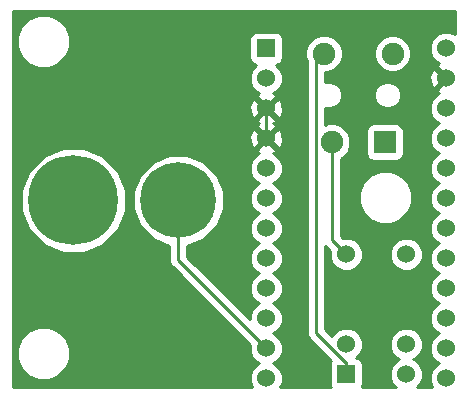
<source format=gbr>
G04 #@! TF.GenerationSoftware,KiCad,Pcbnew,5.0.1-33cea8e~66~ubuntu18.04.1*
G04 #@! TF.CreationDate,2018-10-18T18:40:30+09:00*
G04 #@! TF.ProjectId,touch_relay_jack,746F7563685F72656C61795F6A61636B,rev?*
G04 #@! TF.SameCoordinates,Original*
G04 #@! TF.FileFunction,Copper,L2,Bot,Signal*
G04 #@! TF.FilePolarity,Positive*
%FSLAX46Y46*%
G04 Gerber Fmt 4.6, Leading zero omitted, Abs format (unit mm)*
G04 Created by KiCad (PCBNEW 5.0.1-33cea8e~66~ubuntu18.04.1) date 2018年10月18日 18時40分30秒*
%MOMM*%
%LPD*%
G01*
G04 APERTURE LIST*
G04 #@! TA.AperFunction,ComponentPad*
%ADD10R,1.524000X1.524000*%
G04 #@! TD*
G04 #@! TA.AperFunction,ComponentPad*
%ADD11C,1.524000*%
G04 #@! TD*
G04 #@! TA.AperFunction,ComponentPad*
%ADD12C,7.600000*%
G04 #@! TD*
G04 #@! TA.AperFunction,ComponentPad*
%ADD13C,1.900000*%
G04 #@! TD*
G04 #@! TA.AperFunction,ComponentPad*
%ADD14R,1.900000X1.900000*%
G04 #@! TD*
G04 #@! TA.AperFunction,ComponentPad*
%ADD15C,6.400000*%
G04 #@! TD*
G04 #@! TA.AperFunction,Conductor*
%ADD16C,0.250000*%
G04 #@! TD*
G04 #@! TA.AperFunction,Conductor*
%ADD17C,0.254000*%
G04 #@! TD*
G04 APERTURE END LIST*
D10*
G04 #@! TO.P,A1,1*
G04 #@! TO.N,Net-(A1-Pad1)*
X105231000Y-88721000D03*
D11*
G04 #@! TO.P,A1,2*
G04 #@! TO.N,Net-(A1-Pad2)*
X105231000Y-91261000D03*
G04 #@! TO.P,A1,3*
G04 #@! TO.N,GND*
X105231000Y-93801000D03*
G04 #@! TO.P,A1,4*
X105231000Y-96341000D03*
G04 #@! TO.P,A1,5*
G04 #@! TO.N,Net-(A1-Pad5)*
X105231000Y-98881000D03*
G04 #@! TO.P,A1,6*
G04 #@! TO.N,Net-(A1-Pad6)*
X105231000Y-101421000D03*
G04 #@! TO.P,A1,7*
G04 #@! TO.N,Relay*
X105231000Y-103961000D03*
G04 #@! TO.P,A1,8*
G04 #@! TO.N,Net-(A1-Pad8)*
X105231000Y-106501000D03*
G04 #@! TO.P,A1,9*
G04 #@! TO.N,Net-(A1-Pad9)*
X105231000Y-109041000D03*
G04 #@! TO.P,A1,10*
G04 #@! TO.N,Net-(A1-Pad10)*
X105231000Y-111581000D03*
G04 #@! TO.P,A1,11*
G04 #@! TO.N,Net-(A1-Pad11)*
X105231000Y-114121000D03*
G04 #@! TO.P,A1,12*
G04 #@! TO.N,Net-(A1-Pad12)*
X105231000Y-116661000D03*
G04 #@! TO.P,A1,13*
G04 #@! TO.N,Net-(A1-Pad13)*
X120471000Y-116661000D03*
G04 #@! TO.P,A1,14*
G04 #@! TO.N,Net-(A1-Pad14)*
X120471000Y-114121000D03*
G04 #@! TO.P,A1,15*
G04 #@! TO.N,Net-(A1-Pad15)*
X120471000Y-111581000D03*
G04 #@! TO.P,A1,16*
G04 #@! TO.N,Net-(A1-Pad16)*
X120471000Y-109041000D03*
G04 #@! TO.P,A1,17*
G04 #@! TO.N,Net-(A1-Pad17)*
X120471000Y-106501000D03*
G04 #@! TO.P,A1,18*
G04 #@! TO.N,Net-(A1-Pad18)*
X120471000Y-103961000D03*
G04 #@! TO.P,A1,19*
G04 #@! TO.N,Net-(A1-Pad19)*
X120471000Y-101421000D03*
G04 #@! TO.P,A1,20*
G04 #@! TO.N,Net-(A1-Pad20)*
X120471000Y-98881000D03*
G04 #@! TO.P,A1,21*
G04 #@! TO.N,+5V*
X120471000Y-96341000D03*
G04 #@! TO.P,A1,22*
G04 #@! TO.N,Net-(A1-Pad22)*
X120471000Y-93801000D03*
G04 #@! TO.P,A1,23*
G04 #@! TO.N,GND*
X120471000Y-91261000D03*
G04 #@! TO.P,A1,24*
G04 #@! TO.N,Net-(A1-Pad24)*
X120471000Y-88721000D03*
G04 #@! TD*
D12*
G04 #@! TO.P,H1,1*
G04 #@! TO.N,Net-(A1-Pad11)*
X88900000Y-101600000D03*
G04 #@! TD*
D13*
G04 #@! TO.P,J1,T*
G04 #@! TO.N,Net-(J1-PadT)*
X115930000Y-89170000D03*
X110130000Y-89170000D03*
D14*
G04 #@! TO.P,J1,R*
G04 #@! TO.N,Net-(J1-PadR)*
X115280000Y-96670000D03*
D13*
G04 #@! TO.P,J1,S*
X110780000Y-96670000D03*
G04 #@! TD*
D10*
G04 #@! TO.P,K1,1*
G04 #@! TO.N,Net-(J1-PadT)*
X112014000Y-116332000D03*
D11*
G04 #@! TO.P,K1,2*
G04 #@! TO.N,Net-(K1-Pad2)*
X117094000Y-116332000D03*
G04 #@! TO.P,K1,3*
G04 #@! TO.N,Net-(D1-Pad2)*
X112014000Y-113792000D03*
G04 #@! TO.P,K1,4*
G04 #@! TO.N,+5V*
X117094000Y-113792000D03*
G04 #@! TO.P,K1,5*
G04 #@! TO.N,Net-(J1-PadR)*
X112014000Y-106172000D03*
G04 #@! TO.P,K1,6*
X117094000Y-106172000D03*
G04 #@! TD*
D15*
G04 #@! TO.P,H2,1*
G04 #@! TO.N,Net-(A1-Pad11)*
X97790000Y-101600000D03*
G04 #@! TD*
D16*
G04 #@! TO.N,GND*
X105231000Y-96341000D02*
X105231000Y-93801000D01*
G04 #@! TO.N,Net-(A1-Pad11)*
X97790000Y-101600000D02*
X97790000Y-106680000D01*
X97790000Y-106680000D02*
X105231000Y-114121000D01*
G04 #@! TO.N,Net-(J1-PadT)*
X112014000Y-116332000D02*
X112014000Y-115244700D01*
X112014000Y-115244700D02*
X111878100Y-115244700D01*
X111878100Y-115244700D02*
X109461400Y-112828000D01*
X109461400Y-112828000D02*
X109461400Y-89838600D01*
X109461400Y-89838600D02*
X110130000Y-89170000D01*
G04 #@! TO.N,Net-(J1-PadR)*
X112014000Y-106172000D02*
X110780000Y-104938000D01*
X110780000Y-104938000D02*
X110780000Y-96670000D01*
G04 #@! TD*
D17*
G04 #@! TO.N,GND*
G36*
X121210001Y-87515002D02*
X120748881Y-87324000D01*
X120193119Y-87324000D01*
X119679663Y-87536680D01*
X119286680Y-87929663D01*
X119074000Y-88443119D01*
X119074000Y-88998881D01*
X119286680Y-89512337D01*
X119679663Y-89905320D01*
X119870647Y-89984428D01*
X119739857Y-90038603D01*
X119670392Y-90280787D01*
X120471000Y-91081395D01*
X120485143Y-91067253D01*
X120664748Y-91246858D01*
X120650605Y-91261000D01*
X120664748Y-91275143D01*
X120485143Y-91454748D01*
X120471000Y-91440605D01*
X119670392Y-92241213D01*
X119739857Y-92483397D01*
X119880393Y-92533535D01*
X119679663Y-92616680D01*
X119286680Y-93009663D01*
X119074000Y-93523119D01*
X119074000Y-94078881D01*
X119286680Y-94592337D01*
X119679663Y-94985320D01*
X119886513Y-95071000D01*
X119679663Y-95156680D01*
X119286680Y-95549663D01*
X119074000Y-96063119D01*
X119074000Y-96618881D01*
X119286680Y-97132337D01*
X119679663Y-97525320D01*
X119886513Y-97611000D01*
X119679663Y-97696680D01*
X119286680Y-98089663D01*
X119074000Y-98603119D01*
X119074000Y-99158881D01*
X119286680Y-99672337D01*
X119679663Y-100065320D01*
X119886513Y-100151000D01*
X119679663Y-100236680D01*
X119286680Y-100629663D01*
X119074000Y-101143119D01*
X119074000Y-101698881D01*
X119286680Y-102212337D01*
X119679663Y-102605320D01*
X119886513Y-102691000D01*
X119679663Y-102776680D01*
X119286680Y-103169663D01*
X119074000Y-103683119D01*
X119074000Y-104238881D01*
X119286680Y-104752337D01*
X119679663Y-105145320D01*
X119886513Y-105231000D01*
X119679663Y-105316680D01*
X119286680Y-105709663D01*
X119074000Y-106223119D01*
X119074000Y-106778881D01*
X119286680Y-107292337D01*
X119679663Y-107685320D01*
X119886513Y-107771000D01*
X119679663Y-107856680D01*
X119286680Y-108249663D01*
X119074000Y-108763119D01*
X119074000Y-109318881D01*
X119286680Y-109832337D01*
X119679663Y-110225320D01*
X119886513Y-110311000D01*
X119679663Y-110396680D01*
X119286680Y-110789663D01*
X119074000Y-111303119D01*
X119074000Y-111858881D01*
X119286680Y-112372337D01*
X119679663Y-112765320D01*
X119886513Y-112851000D01*
X119679663Y-112936680D01*
X119286680Y-113329663D01*
X119074000Y-113843119D01*
X119074000Y-114398881D01*
X119286680Y-114912337D01*
X119679663Y-115305320D01*
X119886513Y-115391000D01*
X119679663Y-115476680D01*
X119286680Y-115869663D01*
X119074000Y-116383119D01*
X119074000Y-116938881D01*
X119265001Y-117400000D01*
X118001657Y-117400000D01*
X118278320Y-117123337D01*
X118491000Y-116609881D01*
X118491000Y-116054119D01*
X118278320Y-115540663D01*
X117885337Y-115147680D01*
X117678487Y-115062000D01*
X117885337Y-114976320D01*
X118278320Y-114583337D01*
X118491000Y-114069881D01*
X118491000Y-113514119D01*
X118278320Y-113000663D01*
X117885337Y-112607680D01*
X117371881Y-112395000D01*
X116816119Y-112395000D01*
X116302663Y-112607680D01*
X115909680Y-113000663D01*
X115697000Y-113514119D01*
X115697000Y-114069881D01*
X115909680Y-114583337D01*
X116302663Y-114976320D01*
X116509513Y-115062000D01*
X116302663Y-115147680D01*
X115909680Y-115540663D01*
X115697000Y-116054119D01*
X115697000Y-116609881D01*
X115909680Y-117123337D01*
X116186343Y-117400000D01*
X113335245Y-117400000D01*
X113374157Y-117341765D01*
X113423440Y-117094000D01*
X113423440Y-115570000D01*
X113374157Y-115322235D01*
X113233809Y-115112191D01*
X113023765Y-114971843D01*
X112845310Y-114936347D01*
X113198320Y-114583337D01*
X113411000Y-114069881D01*
X113411000Y-113514119D01*
X113198320Y-113000663D01*
X112805337Y-112607680D01*
X112291881Y-112395000D01*
X111736119Y-112395000D01*
X111222663Y-112607680D01*
X110829680Y-113000663D01*
X110794294Y-113086093D01*
X110221400Y-112513199D01*
X110221400Y-105469959D01*
X110232071Y-105485929D01*
X110295530Y-105528331D01*
X110629980Y-105862782D01*
X110617000Y-105894119D01*
X110617000Y-106449881D01*
X110829680Y-106963337D01*
X111222663Y-107356320D01*
X111736119Y-107569000D01*
X112291881Y-107569000D01*
X112805337Y-107356320D01*
X113198320Y-106963337D01*
X113411000Y-106449881D01*
X113411000Y-105894119D01*
X115697000Y-105894119D01*
X115697000Y-106449881D01*
X115909680Y-106963337D01*
X116302663Y-107356320D01*
X116816119Y-107569000D01*
X117371881Y-107569000D01*
X117885337Y-107356320D01*
X118278320Y-106963337D01*
X118491000Y-106449881D01*
X118491000Y-105894119D01*
X118278320Y-105380663D01*
X117885337Y-104987680D01*
X117371881Y-104775000D01*
X116816119Y-104775000D01*
X116302663Y-104987680D01*
X115909680Y-105380663D01*
X115697000Y-105894119D01*
X113411000Y-105894119D01*
X113198320Y-105380663D01*
X112805337Y-104987680D01*
X112291881Y-104775000D01*
X111736119Y-104775000D01*
X111704782Y-104787980D01*
X111540000Y-104623199D01*
X111540000Y-100901431D01*
X113081000Y-100901431D01*
X113081000Y-101790569D01*
X113421259Y-102612026D01*
X114049974Y-103240741D01*
X114871431Y-103581000D01*
X115760569Y-103581000D01*
X116582026Y-103240741D01*
X117210741Y-102612026D01*
X117551000Y-101790569D01*
X117551000Y-100901431D01*
X117210741Y-100079974D01*
X116582026Y-99451259D01*
X115760569Y-99111000D01*
X114871431Y-99111000D01*
X114049974Y-99451259D01*
X113421259Y-100079974D01*
X113081000Y-100901431D01*
X111540000Y-100901431D01*
X111540000Y-98070789D01*
X111677830Y-98013698D01*
X112123698Y-97567830D01*
X112365000Y-96985276D01*
X112365000Y-96354724D01*
X112123698Y-95772170D01*
X112071528Y-95720000D01*
X113682560Y-95720000D01*
X113682560Y-97620000D01*
X113731843Y-97867765D01*
X113872191Y-98077809D01*
X114082235Y-98218157D01*
X114330000Y-98267440D01*
X116230000Y-98267440D01*
X116477765Y-98218157D01*
X116687809Y-98077809D01*
X116828157Y-97867765D01*
X116877440Y-97620000D01*
X116877440Y-95720000D01*
X116828157Y-95472235D01*
X116687809Y-95262191D01*
X116477765Y-95121843D01*
X116230000Y-95072560D01*
X114330000Y-95072560D01*
X114082235Y-95121843D01*
X113872191Y-95262191D01*
X113731843Y-95472235D01*
X113682560Y-95720000D01*
X112071528Y-95720000D01*
X111677830Y-95326302D01*
X111095276Y-95085000D01*
X110464724Y-95085000D01*
X110221400Y-95185788D01*
X110221400Y-93770689D01*
X110304234Y-93805000D01*
X110755766Y-93805000D01*
X111172926Y-93632207D01*
X111492207Y-93312926D01*
X111665000Y-92895766D01*
X111665000Y-92444234D01*
X114395000Y-92444234D01*
X114395000Y-92895766D01*
X114567793Y-93312926D01*
X114887074Y-93632207D01*
X115304234Y-93805000D01*
X115755766Y-93805000D01*
X116172926Y-93632207D01*
X116492207Y-93312926D01*
X116665000Y-92895766D01*
X116665000Y-92444234D01*
X116492207Y-92027074D01*
X116172926Y-91707793D01*
X115755766Y-91535000D01*
X115304234Y-91535000D01*
X114887074Y-91707793D01*
X114567793Y-92027074D01*
X114395000Y-92444234D01*
X111665000Y-92444234D01*
X111492207Y-92027074D01*
X111172926Y-91707793D01*
X110755766Y-91535000D01*
X110304234Y-91535000D01*
X110221400Y-91569311D01*
X110221400Y-91053302D01*
X119061856Y-91053302D01*
X119089638Y-91608368D01*
X119248603Y-91992143D01*
X119490787Y-92061608D01*
X120291395Y-91261000D01*
X119490787Y-90460392D01*
X119248603Y-90529857D01*
X119061856Y-91053302D01*
X110221400Y-91053302D01*
X110221400Y-90755000D01*
X110445276Y-90755000D01*
X111027830Y-90513698D01*
X111473698Y-90067830D01*
X111715000Y-89485276D01*
X111715000Y-88854724D01*
X114345000Y-88854724D01*
X114345000Y-89485276D01*
X114586302Y-90067830D01*
X115032170Y-90513698D01*
X115614724Y-90755000D01*
X116245276Y-90755000D01*
X116827830Y-90513698D01*
X117273698Y-90067830D01*
X117515000Y-89485276D01*
X117515000Y-88854724D01*
X117273698Y-88272170D01*
X116827830Y-87826302D01*
X116245276Y-87585000D01*
X115614724Y-87585000D01*
X115032170Y-87826302D01*
X114586302Y-88272170D01*
X114345000Y-88854724D01*
X111715000Y-88854724D01*
X111473698Y-88272170D01*
X111027830Y-87826302D01*
X110445276Y-87585000D01*
X109814724Y-87585000D01*
X109232170Y-87826302D01*
X108786302Y-88272170D01*
X108545000Y-88854724D01*
X108545000Y-89485276D01*
X108688082Y-89830706D01*
X108686512Y-89838600D01*
X108701401Y-89913452D01*
X108701400Y-112753153D01*
X108686512Y-112828000D01*
X108701400Y-112902847D01*
X108701400Y-112902851D01*
X108745496Y-113124536D01*
X108913471Y-113375929D01*
X108976930Y-113418331D01*
X110744763Y-115186165D01*
X110653843Y-115322235D01*
X110604560Y-115570000D01*
X110604560Y-117094000D01*
X110653843Y-117341765D01*
X110692755Y-117400000D01*
X106436999Y-117400000D01*
X106628000Y-116938881D01*
X106628000Y-116383119D01*
X106415320Y-115869663D01*
X106022337Y-115476680D01*
X105815487Y-115391000D01*
X106022337Y-115305320D01*
X106415320Y-114912337D01*
X106628000Y-114398881D01*
X106628000Y-113843119D01*
X106415320Y-113329663D01*
X106022337Y-112936680D01*
X105815487Y-112851000D01*
X106022337Y-112765320D01*
X106415320Y-112372337D01*
X106628000Y-111858881D01*
X106628000Y-111303119D01*
X106415320Y-110789663D01*
X106022337Y-110396680D01*
X105815487Y-110311000D01*
X106022337Y-110225320D01*
X106415320Y-109832337D01*
X106628000Y-109318881D01*
X106628000Y-108763119D01*
X106415320Y-108249663D01*
X106022337Y-107856680D01*
X105815487Y-107771000D01*
X106022337Y-107685320D01*
X106415320Y-107292337D01*
X106628000Y-106778881D01*
X106628000Y-106223119D01*
X106415320Y-105709663D01*
X106022337Y-105316680D01*
X105815487Y-105231000D01*
X106022337Y-105145320D01*
X106415320Y-104752337D01*
X106628000Y-104238881D01*
X106628000Y-103683119D01*
X106415320Y-103169663D01*
X106022337Y-102776680D01*
X105815487Y-102691000D01*
X106022337Y-102605320D01*
X106415320Y-102212337D01*
X106628000Y-101698881D01*
X106628000Y-101143119D01*
X106415320Y-100629663D01*
X106022337Y-100236680D01*
X105815487Y-100151000D01*
X106022337Y-100065320D01*
X106415320Y-99672337D01*
X106628000Y-99158881D01*
X106628000Y-98603119D01*
X106415320Y-98089663D01*
X106022337Y-97696680D01*
X105831353Y-97617572D01*
X105962143Y-97563397D01*
X106031608Y-97321213D01*
X105231000Y-96520605D01*
X104430392Y-97321213D01*
X104499857Y-97563397D01*
X104640393Y-97613535D01*
X104439663Y-97696680D01*
X104046680Y-98089663D01*
X103834000Y-98603119D01*
X103834000Y-99158881D01*
X104046680Y-99672337D01*
X104439663Y-100065320D01*
X104646513Y-100151000D01*
X104439663Y-100236680D01*
X104046680Y-100629663D01*
X103834000Y-101143119D01*
X103834000Y-101698881D01*
X104046680Y-102212337D01*
X104439663Y-102605320D01*
X104646513Y-102691000D01*
X104439663Y-102776680D01*
X104046680Y-103169663D01*
X103834000Y-103683119D01*
X103834000Y-104238881D01*
X104046680Y-104752337D01*
X104439663Y-105145320D01*
X104646513Y-105231000D01*
X104439663Y-105316680D01*
X104046680Y-105709663D01*
X103834000Y-106223119D01*
X103834000Y-106778881D01*
X104046680Y-107292337D01*
X104439663Y-107685320D01*
X104646513Y-107771000D01*
X104439663Y-107856680D01*
X104046680Y-108249663D01*
X103834000Y-108763119D01*
X103834000Y-109318881D01*
X104046680Y-109832337D01*
X104439663Y-110225320D01*
X104646513Y-110311000D01*
X104439663Y-110396680D01*
X104046680Y-110789663D01*
X103834000Y-111303119D01*
X103834000Y-111649198D01*
X98550000Y-106365199D01*
X98550000Y-105435000D01*
X98552829Y-105435000D01*
X99962353Y-104851156D01*
X101041156Y-103772353D01*
X101625000Y-102362829D01*
X101625000Y-100837171D01*
X101041156Y-99427647D01*
X99962353Y-98348844D01*
X98552829Y-97765000D01*
X97027171Y-97765000D01*
X95617647Y-98348844D01*
X94538844Y-99427647D01*
X93955000Y-100837171D01*
X93955000Y-102362829D01*
X94538844Y-103772353D01*
X95617647Y-104851156D01*
X97027171Y-105435000D01*
X97030001Y-105435000D01*
X97030001Y-106605148D01*
X97015112Y-106680000D01*
X97030001Y-106754852D01*
X97074097Y-106976537D01*
X97242072Y-107227929D01*
X97305528Y-107270329D01*
X103846980Y-113811782D01*
X103834000Y-113843119D01*
X103834000Y-114398881D01*
X104046680Y-114912337D01*
X104439663Y-115305320D01*
X104646513Y-115391000D01*
X104439663Y-115476680D01*
X104046680Y-115869663D01*
X103834000Y-116383119D01*
X103834000Y-116938881D01*
X104025001Y-117400000D01*
X83768000Y-117400000D01*
X83768000Y-114109431D01*
X84125000Y-114109431D01*
X84125000Y-114998569D01*
X84465259Y-115820026D01*
X85093974Y-116448741D01*
X85915431Y-116789000D01*
X86804569Y-116789000D01*
X87626026Y-116448741D01*
X88254741Y-115820026D01*
X88595000Y-114998569D01*
X88595000Y-114109431D01*
X88254741Y-113287974D01*
X87626026Y-112659259D01*
X86804569Y-112319000D01*
X85915431Y-112319000D01*
X85093974Y-112659259D01*
X84465259Y-113287974D01*
X84125000Y-114109431D01*
X83768000Y-114109431D01*
X83768000Y-100717824D01*
X84465000Y-100717824D01*
X84465000Y-102482176D01*
X85140188Y-104112226D01*
X86387774Y-105359812D01*
X88017824Y-106035000D01*
X89782176Y-106035000D01*
X91412226Y-105359812D01*
X92659812Y-104112226D01*
X93335000Y-102482176D01*
X93335000Y-100717824D01*
X92659812Y-99087774D01*
X91412226Y-97840188D01*
X89782176Y-97165000D01*
X88017824Y-97165000D01*
X86387774Y-97840188D01*
X85140188Y-99087774D01*
X84465000Y-100717824D01*
X83768000Y-100717824D01*
X83768000Y-96133302D01*
X103821856Y-96133302D01*
X103849638Y-96688368D01*
X104008603Y-97072143D01*
X104250787Y-97141608D01*
X105051395Y-96341000D01*
X105410605Y-96341000D01*
X106211213Y-97141608D01*
X106453397Y-97072143D01*
X106640144Y-96548698D01*
X106612362Y-95993632D01*
X106453397Y-95609857D01*
X106211213Y-95540392D01*
X105410605Y-96341000D01*
X105051395Y-96341000D01*
X104250787Y-95540392D01*
X104008603Y-95609857D01*
X103821856Y-96133302D01*
X83768000Y-96133302D01*
X83768000Y-94781213D01*
X104430392Y-94781213D01*
X104499857Y-95023397D01*
X104623344Y-95067453D01*
X104499857Y-95118603D01*
X104430392Y-95360787D01*
X105231000Y-96161395D01*
X106031608Y-95360787D01*
X105962143Y-95118603D01*
X105838656Y-95074547D01*
X105962143Y-95023397D01*
X106031608Y-94781213D01*
X105231000Y-93980605D01*
X104430392Y-94781213D01*
X83768000Y-94781213D01*
X83768000Y-93593302D01*
X103821856Y-93593302D01*
X103849638Y-94148368D01*
X104008603Y-94532143D01*
X104250787Y-94601608D01*
X105051395Y-93801000D01*
X105410605Y-93801000D01*
X106211213Y-94601608D01*
X106453397Y-94532143D01*
X106640144Y-94008698D01*
X106612362Y-93453632D01*
X106453397Y-93069857D01*
X106211213Y-93000392D01*
X105410605Y-93801000D01*
X105051395Y-93801000D01*
X104250787Y-93000392D01*
X104008603Y-93069857D01*
X103821856Y-93593302D01*
X83768000Y-93593302D01*
X83768000Y-87693431D01*
X84125000Y-87693431D01*
X84125000Y-88582569D01*
X84465259Y-89404026D01*
X85093974Y-90032741D01*
X85915431Y-90373000D01*
X86804569Y-90373000D01*
X87626026Y-90032741D01*
X88254741Y-89404026D01*
X88595000Y-88582569D01*
X88595000Y-87959000D01*
X103821560Y-87959000D01*
X103821560Y-89483000D01*
X103870843Y-89730765D01*
X104011191Y-89940809D01*
X104221235Y-90081157D01*
X104399690Y-90116653D01*
X104046680Y-90469663D01*
X103834000Y-90983119D01*
X103834000Y-91538881D01*
X104046680Y-92052337D01*
X104439663Y-92445320D01*
X104630647Y-92524428D01*
X104499857Y-92578603D01*
X104430392Y-92820787D01*
X105231000Y-93621395D01*
X106031608Y-92820787D01*
X105962143Y-92578603D01*
X105821607Y-92528465D01*
X106022337Y-92445320D01*
X106415320Y-92052337D01*
X106628000Y-91538881D01*
X106628000Y-90983119D01*
X106415320Y-90469663D01*
X106062310Y-90116653D01*
X106240765Y-90081157D01*
X106450809Y-89940809D01*
X106591157Y-89730765D01*
X106640440Y-89483000D01*
X106640440Y-87959000D01*
X106591157Y-87711235D01*
X106450809Y-87501191D01*
X106240765Y-87360843D01*
X105993000Y-87311560D01*
X104469000Y-87311560D01*
X104221235Y-87360843D01*
X104011191Y-87501191D01*
X103870843Y-87711235D01*
X103821560Y-87959000D01*
X88595000Y-87959000D01*
X88595000Y-87693431D01*
X88254741Y-86871974D01*
X87626026Y-86243259D01*
X86804569Y-85903000D01*
X85915431Y-85903000D01*
X85093974Y-86243259D01*
X84465259Y-86871974D01*
X84125000Y-87693431D01*
X83768000Y-87693431D01*
X83768000Y-85546000D01*
X121210001Y-85546000D01*
X121210001Y-87515002D01*
X121210001Y-87515002D01*
G37*
X121210001Y-87515002D02*
X120748881Y-87324000D01*
X120193119Y-87324000D01*
X119679663Y-87536680D01*
X119286680Y-87929663D01*
X119074000Y-88443119D01*
X119074000Y-88998881D01*
X119286680Y-89512337D01*
X119679663Y-89905320D01*
X119870647Y-89984428D01*
X119739857Y-90038603D01*
X119670392Y-90280787D01*
X120471000Y-91081395D01*
X120485143Y-91067253D01*
X120664748Y-91246858D01*
X120650605Y-91261000D01*
X120664748Y-91275143D01*
X120485143Y-91454748D01*
X120471000Y-91440605D01*
X119670392Y-92241213D01*
X119739857Y-92483397D01*
X119880393Y-92533535D01*
X119679663Y-92616680D01*
X119286680Y-93009663D01*
X119074000Y-93523119D01*
X119074000Y-94078881D01*
X119286680Y-94592337D01*
X119679663Y-94985320D01*
X119886513Y-95071000D01*
X119679663Y-95156680D01*
X119286680Y-95549663D01*
X119074000Y-96063119D01*
X119074000Y-96618881D01*
X119286680Y-97132337D01*
X119679663Y-97525320D01*
X119886513Y-97611000D01*
X119679663Y-97696680D01*
X119286680Y-98089663D01*
X119074000Y-98603119D01*
X119074000Y-99158881D01*
X119286680Y-99672337D01*
X119679663Y-100065320D01*
X119886513Y-100151000D01*
X119679663Y-100236680D01*
X119286680Y-100629663D01*
X119074000Y-101143119D01*
X119074000Y-101698881D01*
X119286680Y-102212337D01*
X119679663Y-102605320D01*
X119886513Y-102691000D01*
X119679663Y-102776680D01*
X119286680Y-103169663D01*
X119074000Y-103683119D01*
X119074000Y-104238881D01*
X119286680Y-104752337D01*
X119679663Y-105145320D01*
X119886513Y-105231000D01*
X119679663Y-105316680D01*
X119286680Y-105709663D01*
X119074000Y-106223119D01*
X119074000Y-106778881D01*
X119286680Y-107292337D01*
X119679663Y-107685320D01*
X119886513Y-107771000D01*
X119679663Y-107856680D01*
X119286680Y-108249663D01*
X119074000Y-108763119D01*
X119074000Y-109318881D01*
X119286680Y-109832337D01*
X119679663Y-110225320D01*
X119886513Y-110311000D01*
X119679663Y-110396680D01*
X119286680Y-110789663D01*
X119074000Y-111303119D01*
X119074000Y-111858881D01*
X119286680Y-112372337D01*
X119679663Y-112765320D01*
X119886513Y-112851000D01*
X119679663Y-112936680D01*
X119286680Y-113329663D01*
X119074000Y-113843119D01*
X119074000Y-114398881D01*
X119286680Y-114912337D01*
X119679663Y-115305320D01*
X119886513Y-115391000D01*
X119679663Y-115476680D01*
X119286680Y-115869663D01*
X119074000Y-116383119D01*
X119074000Y-116938881D01*
X119265001Y-117400000D01*
X118001657Y-117400000D01*
X118278320Y-117123337D01*
X118491000Y-116609881D01*
X118491000Y-116054119D01*
X118278320Y-115540663D01*
X117885337Y-115147680D01*
X117678487Y-115062000D01*
X117885337Y-114976320D01*
X118278320Y-114583337D01*
X118491000Y-114069881D01*
X118491000Y-113514119D01*
X118278320Y-113000663D01*
X117885337Y-112607680D01*
X117371881Y-112395000D01*
X116816119Y-112395000D01*
X116302663Y-112607680D01*
X115909680Y-113000663D01*
X115697000Y-113514119D01*
X115697000Y-114069881D01*
X115909680Y-114583337D01*
X116302663Y-114976320D01*
X116509513Y-115062000D01*
X116302663Y-115147680D01*
X115909680Y-115540663D01*
X115697000Y-116054119D01*
X115697000Y-116609881D01*
X115909680Y-117123337D01*
X116186343Y-117400000D01*
X113335245Y-117400000D01*
X113374157Y-117341765D01*
X113423440Y-117094000D01*
X113423440Y-115570000D01*
X113374157Y-115322235D01*
X113233809Y-115112191D01*
X113023765Y-114971843D01*
X112845310Y-114936347D01*
X113198320Y-114583337D01*
X113411000Y-114069881D01*
X113411000Y-113514119D01*
X113198320Y-113000663D01*
X112805337Y-112607680D01*
X112291881Y-112395000D01*
X111736119Y-112395000D01*
X111222663Y-112607680D01*
X110829680Y-113000663D01*
X110794294Y-113086093D01*
X110221400Y-112513199D01*
X110221400Y-105469959D01*
X110232071Y-105485929D01*
X110295530Y-105528331D01*
X110629980Y-105862782D01*
X110617000Y-105894119D01*
X110617000Y-106449881D01*
X110829680Y-106963337D01*
X111222663Y-107356320D01*
X111736119Y-107569000D01*
X112291881Y-107569000D01*
X112805337Y-107356320D01*
X113198320Y-106963337D01*
X113411000Y-106449881D01*
X113411000Y-105894119D01*
X115697000Y-105894119D01*
X115697000Y-106449881D01*
X115909680Y-106963337D01*
X116302663Y-107356320D01*
X116816119Y-107569000D01*
X117371881Y-107569000D01*
X117885337Y-107356320D01*
X118278320Y-106963337D01*
X118491000Y-106449881D01*
X118491000Y-105894119D01*
X118278320Y-105380663D01*
X117885337Y-104987680D01*
X117371881Y-104775000D01*
X116816119Y-104775000D01*
X116302663Y-104987680D01*
X115909680Y-105380663D01*
X115697000Y-105894119D01*
X113411000Y-105894119D01*
X113198320Y-105380663D01*
X112805337Y-104987680D01*
X112291881Y-104775000D01*
X111736119Y-104775000D01*
X111704782Y-104787980D01*
X111540000Y-104623199D01*
X111540000Y-100901431D01*
X113081000Y-100901431D01*
X113081000Y-101790569D01*
X113421259Y-102612026D01*
X114049974Y-103240741D01*
X114871431Y-103581000D01*
X115760569Y-103581000D01*
X116582026Y-103240741D01*
X117210741Y-102612026D01*
X117551000Y-101790569D01*
X117551000Y-100901431D01*
X117210741Y-100079974D01*
X116582026Y-99451259D01*
X115760569Y-99111000D01*
X114871431Y-99111000D01*
X114049974Y-99451259D01*
X113421259Y-100079974D01*
X113081000Y-100901431D01*
X111540000Y-100901431D01*
X111540000Y-98070789D01*
X111677830Y-98013698D01*
X112123698Y-97567830D01*
X112365000Y-96985276D01*
X112365000Y-96354724D01*
X112123698Y-95772170D01*
X112071528Y-95720000D01*
X113682560Y-95720000D01*
X113682560Y-97620000D01*
X113731843Y-97867765D01*
X113872191Y-98077809D01*
X114082235Y-98218157D01*
X114330000Y-98267440D01*
X116230000Y-98267440D01*
X116477765Y-98218157D01*
X116687809Y-98077809D01*
X116828157Y-97867765D01*
X116877440Y-97620000D01*
X116877440Y-95720000D01*
X116828157Y-95472235D01*
X116687809Y-95262191D01*
X116477765Y-95121843D01*
X116230000Y-95072560D01*
X114330000Y-95072560D01*
X114082235Y-95121843D01*
X113872191Y-95262191D01*
X113731843Y-95472235D01*
X113682560Y-95720000D01*
X112071528Y-95720000D01*
X111677830Y-95326302D01*
X111095276Y-95085000D01*
X110464724Y-95085000D01*
X110221400Y-95185788D01*
X110221400Y-93770689D01*
X110304234Y-93805000D01*
X110755766Y-93805000D01*
X111172926Y-93632207D01*
X111492207Y-93312926D01*
X111665000Y-92895766D01*
X111665000Y-92444234D01*
X114395000Y-92444234D01*
X114395000Y-92895766D01*
X114567793Y-93312926D01*
X114887074Y-93632207D01*
X115304234Y-93805000D01*
X115755766Y-93805000D01*
X116172926Y-93632207D01*
X116492207Y-93312926D01*
X116665000Y-92895766D01*
X116665000Y-92444234D01*
X116492207Y-92027074D01*
X116172926Y-91707793D01*
X115755766Y-91535000D01*
X115304234Y-91535000D01*
X114887074Y-91707793D01*
X114567793Y-92027074D01*
X114395000Y-92444234D01*
X111665000Y-92444234D01*
X111492207Y-92027074D01*
X111172926Y-91707793D01*
X110755766Y-91535000D01*
X110304234Y-91535000D01*
X110221400Y-91569311D01*
X110221400Y-91053302D01*
X119061856Y-91053302D01*
X119089638Y-91608368D01*
X119248603Y-91992143D01*
X119490787Y-92061608D01*
X120291395Y-91261000D01*
X119490787Y-90460392D01*
X119248603Y-90529857D01*
X119061856Y-91053302D01*
X110221400Y-91053302D01*
X110221400Y-90755000D01*
X110445276Y-90755000D01*
X111027830Y-90513698D01*
X111473698Y-90067830D01*
X111715000Y-89485276D01*
X111715000Y-88854724D01*
X114345000Y-88854724D01*
X114345000Y-89485276D01*
X114586302Y-90067830D01*
X115032170Y-90513698D01*
X115614724Y-90755000D01*
X116245276Y-90755000D01*
X116827830Y-90513698D01*
X117273698Y-90067830D01*
X117515000Y-89485276D01*
X117515000Y-88854724D01*
X117273698Y-88272170D01*
X116827830Y-87826302D01*
X116245276Y-87585000D01*
X115614724Y-87585000D01*
X115032170Y-87826302D01*
X114586302Y-88272170D01*
X114345000Y-88854724D01*
X111715000Y-88854724D01*
X111473698Y-88272170D01*
X111027830Y-87826302D01*
X110445276Y-87585000D01*
X109814724Y-87585000D01*
X109232170Y-87826302D01*
X108786302Y-88272170D01*
X108545000Y-88854724D01*
X108545000Y-89485276D01*
X108688082Y-89830706D01*
X108686512Y-89838600D01*
X108701401Y-89913452D01*
X108701400Y-112753153D01*
X108686512Y-112828000D01*
X108701400Y-112902847D01*
X108701400Y-112902851D01*
X108745496Y-113124536D01*
X108913471Y-113375929D01*
X108976930Y-113418331D01*
X110744763Y-115186165D01*
X110653843Y-115322235D01*
X110604560Y-115570000D01*
X110604560Y-117094000D01*
X110653843Y-117341765D01*
X110692755Y-117400000D01*
X106436999Y-117400000D01*
X106628000Y-116938881D01*
X106628000Y-116383119D01*
X106415320Y-115869663D01*
X106022337Y-115476680D01*
X105815487Y-115391000D01*
X106022337Y-115305320D01*
X106415320Y-114912337D01*
X106628000Y-114398881D01*
X106628000Y-113843119D01*
X106415320Y-113329663D01*
X106022337Y-112936680D01*
X105815487Y-112851000D01*
X106022337Y-112765320D01*
X106415320Y-112372337D01*
X106628000Y-111858881D01*
X106628000Y-111303119D01*
X106415320Y-110789663D01*
X106022337Y-110396680D01*
X105815487Y-110311000D01*
X106022337Y-110225320D01*
X106415320Y-109832337D01*
X106628000Y-109318881D01*
X106628000Y-108763119D01*
X106415320Y-108249663D01*
X106022337Y-107856680D01*
X105815487Y-107771000D01*
X106022337Y-107685320D01*
X106415320Y-107292337D01*
X106628000Y-106778881D01*
X106628000Y-106223119D01*
X106415320Y-105709663D01*
X106022337Y-105316680D01*
X105815487Y-105231000D01*
X106022337Y-105145320D01*
X106415320Y-104752337D01*
X106628000Y-104238881D01*
X106628000Y-103683119D01*
X106415320Y-103169663D01*
X106022337Y-102776680D01*
X105815487Y-102691000D01*
X106022337Y-102605320D01*
X106415320Y-102212337D01*
X106628000Y-101698881D01*
X106628000Y-101143119D01*
X106415320Y-100629663D01*
X106022337Y-100236680D01*
X105815487Y-100151000D01*
X106022337Y-100065320D01*
X106415320Y-99672337D01*
X106628000Y-99158881D01*
X106628000Y-98603119D01*
X106415320Y-98089663D01*
X106022337Y-97696680D01*
X105831353Y-97617572D01*
X105962143Y-97563397D01*
X106031608Y-97321213D01*
X105231000Y-96520605D01*
X104430392Y-97321213D01*
X104499857Y-97563397D01*
X104640393Y-97613535D01*
X104439663Y-97696680D01*
X104046680Y-98089663D01*
X103834000Y-98603119D01*
X103834000Y-99158881D01*
X104046680Y-99672337D01*
X104439663Y-100065320D01*
X104646513Y-100151000D01*
X104439663Y-100236680D01*
X104046680Y-100629663D01*
X103834000Y-101143119D01*
X103834000Y-101698881D01*
X104046680Y-102212337D01*
X104439663Y-102605320D01*
X104646513Y-102691000D01*
X104439663Y-102776680D01*
X104046680Y-103169663D01*
X103834000Y-103683119D01*
X103834000Y-104238881D01*
X104046680Y-104752337D01*
X104439663Y-105145320D01*
X104646513Y-105231000D01*
X104439663Y-105316680D01*
X104046680Y-105709663D01*
X103834000Y-106223119D01*
X103834000Y-106778881D01*
X104046680Y-107292337D01*
X104439663Y-107685320D01*
X104646513Y-107771000D01*
X104439663Y-107856680D01*
X104046680Y-108249663D01*
X103834000Y-108763119D01*
X103834000Y-109318881D01*
X104046680Y-109832337D01*
X104439663Y-110225320D01*
X104646513Y-110311000D01*
X104439663Y-110396680D01*
X104046680Y-110789663D01*
X103834000Y-111303119D01*
X103834000Y-111649198D01*
X98550000Y-106365199D01*
X98550000Y-105435000D01*
X98552829Y-105435000D01*
X99962353Y-104851156D01*
X101041156Y-103772353D01*
X101625000Y-102362829D01*
X101625000Y-100837171D01*
X101041156Y-99427647D01*
X99962353Y-98348844D01*
X98552829Y-97765000D01*
X97027171Y-97765000D01*
X95617647Y-98348844D01*
X94538844Y-99427647D01*
X93955000Y-100837171D01*
X93955000Y-102362829D01*
X94538844Y-103772353D01*
X95617647Y-104851156D01*
X97027171Y-105435000D01*
X97030001Y-105435000D01*
X97030001Y-106605148D01*
X97015112Y-106680000D01*
X97030001Y-106754852D01*
X97074097Y-106976537D01*
X97242072Y-107227929D01*
X97305528Y-107270329D01*
X103846980Y-113811782D01*
X103834000Y-113843119D01*
X103834000Y-114398881D01*
X104046680Y-114912337D01*
X104439663Y-115305320D01*
X104646513Y-115391000D01*
X104439663Y-115476680D01*
X104046680Y-115869663D01*
X103834000Y-116383119D01*
X103834000Y-116938881D01*
X104025001Y-117400000D01*
X83768000Y-117400000D01*
X83768000Y-114109431D01*
X84125000Y-114109431D01*
X84125000Y-114998569D01*
X84465259Y-115820026D01*
X85093974Y-116448741D01*
X85915431Y-116789000D01*
X86804569Y-116789000D01*
X87626026Y-116448741D01*
X88254741Y-115820026D01*
X88595000Y-114998569D01*
X88595000Y-114109431D01*
X88254741Y-113287974D01*
X87626026Y-112659259D01*
X86804569Y-112319000D01*
X85915431Y-112319000D01*
X85093974Y-112659259D01*
X84465259Y-113287974D01*
X84125000Y-114109431D01*
X83768000Y-114109431D01*
X83768000Y-100717824D01*
X84465000Y-100717824D01*
X84465000Y-102482176D01*
X85140188Y-104112226D01*
X86387774Y-105359812D01*
X88017824Y-106035000D01*
X89782176Y-106035000D01*
X91412226Y-105359812D01*
X92659812Y-104112226D01*
X93335000Y-102482176D01*
X93335000Y-100717824D01*
X92659812Y-99087774D01*
X91412226Y-97840188D01*
X89782176Y-97165000D01*
X88017824Y-97165000D01*
X86387774Y-97840188D01*
X85140188Y-99087774D01*
X84465000Y-100717824D01*
X83768000Y-100717824D01*
X83768000Y-96133302D01*
X103821856Y-96133302D01*
X103849638Y-96688368D01*
X104008603Y-97072143D01*
X104250787Y-97141608D01*
X105051395Y-96341000D01*
X105410605Y-96341000D01*
X106211213Y-97141608D01*
X106453397Y-97072143D01*
X106640144Y-96548698D01*
X106612362Y-95993632D01*
X106453397Y-95609857D01*
X106211213Y-95540392D01*
X105410605Y-96341000D01*
X105051395Y-96341000D01*
X104250787Y-95540392D01*
X104008603Y-95609857D01*
X103821856Y-96133302D01*
X83768000Y-96133302D01*
X83768000Y-94781213D01*
X104430392Y-94781213D01*
X104499857Y-95023397D01*
X104623344Y-95067453D01*
X104499857Y-95118603D01*
X104430392Y-95360787D01*
X105231000Y-96161395D01*
X106031608Y-95360787D01*
X105962143Y-95118603D01*
X105838656Y-95074547D01*
X105962143Y-95023397D01*
X106031608Y-94781213D01*
X105231000Y-93980605D01*
X104430392Y-94781213D01*
X83768000Y-94781213D01*
X83768000Y-93593302D01*
X103821856Y-93593302D01*
X103849638Y-94148368D01*
X104008603Y-94532143D01*
X104250787Y-94601608D01*
X105051395Y-93801000D01*
X105410605Y-93801000D01*
X106211213Y-94601608D01*
X106453397Y-94532143D01*
X106640144Y-94008698D01*
X106612362Y-93453632D01*
X106453397Y-93069857D01*
X106211213Y-93000392D01*
X105410605Y-93801000D01*
X105051395Y-93801000D01*
X104250787Y-93000392D01*
X104008603Y-93069857D01*
X103821856Y-93593302D01*
X83768000Y-93593302D01*
X83768000Y-87693431D01*
X84125000Y-87693431D01*
X84125000Y-88582569D01*
X84465259Y-89404026D01*
X85093974Y-90032741D01*
X85915431Y-90373000D01*
X86804569Y-90373000D01*
X87626026Y-90032741D01*
X88254741Y-89404026D01*
X88595000Y-88582569D01*
X88595000Y-87959000D01*
X103821560Y-87959000D01*
X103821560Y-89483000D01*
X103870843Y-89730765D01*
X104011191Y-89940809D01*
X104221235Y-90081157D01*
X104399690Y-90116653D01*
X104046680Y-90469663D01*
X103834000Y-90983119D01*
X103834000Y-91538881D01*
X104046680Y-92052337D01*
X104439663Y-92445320D01*
X104630647Y-92524428D01*
X104499857Y-92578603D01*
X104430392Y-92820787D01*
X105231000Y-93621395D01*
X106031608Y-92820787D01*
X105962143Y-92578603D01*
X105821607Y-92528465D01*
X106022337Y-92445320D01*
X106415320Y-92052337D01*
X106628000Y-91538881D01*
X106628000Y-90983119D01*
X106415320Y-90469663D01*
X106062310Y-90116653D01*
X106240765Y-90081157D01*
X106450809Y-89940809D01*
X106591157Y-89730765D01*
X106640440Y-89483000D01*
X106640440Y-87959000D01*
X106591157Y-87711235D01*
X106450809Y-87501191D01*
X106240765Y-87360843D01*
X105993000Y-87311560D01*
X104469000Y-87311560D01*
X104221235Y-87360843D01*
X104011191Y-87501191D01*
X103870843Y-87711235D01*
X103821560Y-87959000D01*
X88595000Y-87959000D01*
X88595000Y-87693431D01*
X88254741Y-86871974D01*
X87626026Y-86243259D01*
X86804569Y-85903000D01*
X85915431Y-85903000D01*
X85093974Y-86243259D01*
X84465259Y-86871974D01*
X84125000Y-87693431D01*
X83768000Y-87693431D01*
X83768000Y-85546000D01*
X121210001Y-85546000D01*
X121210001Y-87515002D01*
G04 #@! TD*
M02*

</source>
